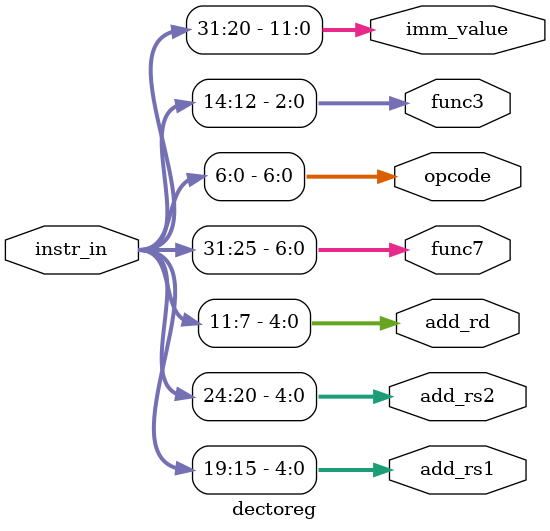
<source format=sv>
module dectoreg #(parameter add_width = 5, parameter data_width = 32)(instr_in,add_rs1,add_rs2,add_rd,func7,func3,opcode,imm_value);

input [data_width-1:0]instr_in;
output reg[add_width-1:0]add_rs1,add_rs2,add_rd;
output reg[6:0]func7,opcode;
output reg[2:0]func3;
output reg[11:0]imm_value;

assign func7 = instr_in[31:25];
assign add_rs2 = instr_in[24:20];
assign add_rs1 = instr_in[19:15];
assign func3 = instr_in[14:12];
assign add_rd = instr_in[11:7];
assign opcode = instr_in[6:0];
assign imm_value = instr_in[31:20];

endmodule

</source>
